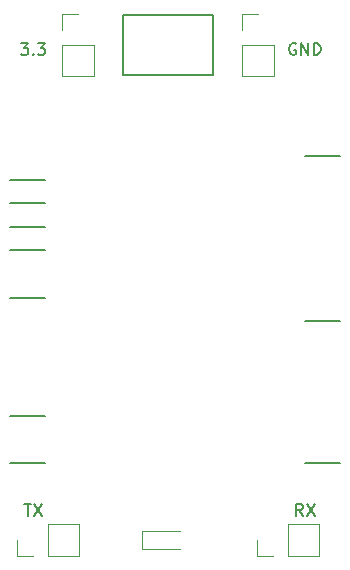
<source format=gbr>
G04 #@! TF.FileFunction,Legend,Top*
%FSLAX46Y46*%
G04 Gerber Fmt 4.6, Leading zero omitted, Abs format (unit mm)*
G04 Created by KiCad (PCBNEW 4.0.6) date 12/04/17 20:40:56*
%MOMM*%
%LPD*%
G01*
G04 APERTURE LIST*
%ADD10C,0.050000*%
%ADD11C,0.150000*%
%ADD12C,0.200000*%
%ADD13C,0.120000*%
G04 APERTURE END LIST*
D10*
D11*
X149833334Y-94452381D02*
X149500000Y-93976190D01*
X149261905Y-94452381D02*
X149261905Y-93452381D01*
X149642858Y-93452381D01*
X149738096Y-93500000D01*
X149785715Y-93547619D01*
X149833334Y-93642857D01*
X149833334Y-93785714D01*
X149785715Y-93880952D01*
X149738096Y-93928571D01*
X149642858Y-93976190D01*
X149261905Y-93976190D01*
X150166667Y-93452381D02*
X150833334Y-94452381D01*
X150833334Y-93452381D02*
X150166667Y-94452381D01*
X126238095Y-93452381D02*
X126809524Y-93452381D01*
X126523809Y-94452381D02*
X126523809Y-93452381D01*
X127047619Y-93452381D02*
X127714286Y-94452381D01*
X127714286Y-93452381D02*
X127047619Y-94452381D01*
X125952381Y-54452381D02*
X126571429Y-54452381D01*
X126238095Y-54833333D01*
X126380953Y-54833333D01*
X126476191Y-54880952D01*
X126523810Y-54928571D01*
X126571429Y-55023810D01*
X126571429Y-55261905D01*
X126523810Y-55357143D01*
X126476191Y-55404762D01*
X126380953Y-55452381D01*
X126095238Y-55452381D01*
X126000000Y-55404762D01*
X125952381Y-55357143D01*
X127000000Y-55357143D02*
X127047619Y-55404762D01*
X127000000Y-55452381D01*
X126952381Y-55404762D01*
X127000000Y-55357143D01*
X127000000Y-55452381D01*
X127380952Y-54452381D02*
X128000000Y-54452381D01*
X127666666Y-54833333D01*
X127809524Y-54833333D01*
X127904762Y-54880952D01*
X127952381Y-54928571D01*
X128000000Y-55023810D01*
X128000000Y-55261905D01*
X127952381Y-55357143D01*
X127904762Y-55404762D01*
X127809524Y-55452381D01*
X127523809Y-55452381D01*
X127428571Y-55404762D01*
X127380952Y-55357143D01*
X149238096Y-54500000D02*
X149142858Y-54452381D01*
X149000001Y-54452381D01*
X148857143Y-54500000D01*
X148761905Y-54595238D01*
X148714286Y-54690476D01*
X148666667Y-54880952D01*
X148666667Y-55023810D01*
X148714286Y-55214286D01*
X148761905Y-55309524D01*
X148857143Y-55404762D01*
X149000001Y-55452381D01*
X149095239Y-55452381D01*
X149238096Y-55404762D01*
X149285715Y-55357143D01*
X149285715Y-55023810D01*
X149095239Y-55023810D01*
X149714286Y-55452381D02*
X149714286Y-54452381D01*
X150285715Y-55452381D01*
X150285715Y-54452381D01*
X150761905Y-55452381D02*
X150761905Y-54452381D01*
X151000000Y-54452381D01*
X151142858Y-54500000D01*
X151238096Y-54595238D01*
X151285715Y-54690476D01*
X151333334Y-54880952D01*
X151333334Y-55023810D01*
X151285715Y-55214286D01*
X151238096Y-55309524D01*
X151142858Y-55404762D01*
X151000000Y-55452381D01*
X150761905Y-55452381D01*
D12*
X150000000Y-90000000D02*
X153000000Y-90000000D01*
X150000000Y-78000000D02*
X153000000Y-78000000D01*
X150000000Y-64000000D02*
X153000000Y-64000000D01*
X128000000Y-90000000D02*
X125000000Y-90000000D01*
X128000000Y-86000000D02*
X125000000Y-86000000D01*
X128000000Y-76000000D02*
X125000000Y-76000000D01*
X128000000Y-72000000D02*
X125000000Y-72000000D01*
X128000000Y-70000000D02*
X125000000Y-70000000D01*
X128000000Y-68000000D02*
X125000000Y-68000000D01*
X128000000Y-66000000D02*
X125000000Y-66000000D01*
D13*
X139430000Y-97270000D02*
X136230000Y-97270000D01*
X136230000Y-95770000D02*
X139430000Y-95770000D01*
X136230000Y-95770000D02*
X136230000Y-97270000D01*
D11*
X134620000Y-52070000D02*
X142240000Y-52070000D01*
X142240000Y-52070000D02*
X142240000Y-57150000D01*
X142240000Y-57150000D02*
X134620000Y-57150000D01*
X134620000Y-57150000D02*
X134620000Y-52070000D01*
D13*
X151190000Y-97850000D02*
X151190000Y-95190000D01*
X148590000Y-97850000D02*
X151190000Y-97850000D01*
X148590000Y-95190000D02*
X151190000Y-95190000D01*
X148590000Y-97850000D02*
X148590000Y-95190000D01*
X147320000Y-97850000D02*
X145990000Y-97850000D01*
X145990000Y-97850000D02*
X145990000Y-96520000D01*
X130870000Y-97850000D02*
X130870000Y-95190000D01*
X128270000Y-97850000D02*
X130870000Y-97850000D01*
X128270000Y-95190000D02*
X130870000Y-95190000D01*
X128270000Y-97850000D02*
X128270000Y-95190000D01*
X127000000Y-97850000D02*
X125670000Y-97850000D01*
X125670000Y-97850000D02*
X125670000Y-96520000D01*
X144720000Y-57210000D02*
X147380000Y-57210000D01*
X144720000Y-54610000D02*
X144720000Y-57210000D01*
X147380000Y-54610000D02*
X147380000Y-57210000D01*
X144720000Y-54610000D02*
X147380000Y-54610000D01*
X144720000Y-53340000D02*
X144720000Y-52010000D01*
X144720000Y-52010000D02*
X146050000Y-52010000D01*
X129480000Y-57210000D02*
X132140000Y-57210000D01*
X129480000Y-54610000D02*
X129480000Y-57210000D01*
X132140000Y-54610000D02*
X132140000Y-57210000D01*
X129480000Y-54610000D02*
X132140000Y-54610000D01*
X129480000Y-53340000D02*
X129480000Y-52010000D01*
X129480000Y-52010000D02*
X130810000Y-52010000D01*
M02*

</source>
